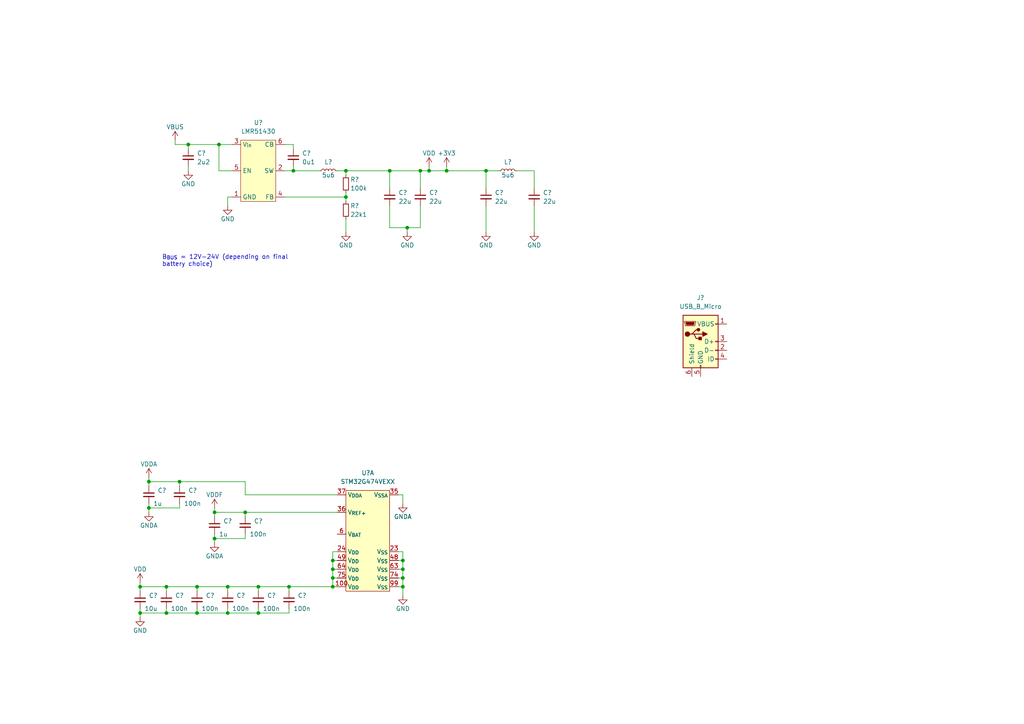
<source format=kicad_sch>
(kicad_sch (version 20230121) (generator eeschema)
  (paper "A4")
  (lib_symbols
    (symbol "Connector:USB_B_Micro" (pin_names (offset 1.016))
      (property "Reference" "J" (at -5.08 11.43 0))
      (property "Value" "USB_B_Micro" (at -5.08 8.89 0))
      (symbol "USB_B_Micro_0_1"
        (rectangle (start -5.08 -7.62) (end 5.08 7.62) (stroke (width 0.254)) (fill (type background)))
        (circle (center -3.81 2.159) (radius 0.635) (stroke (width 0.254)) (fill (type outline)))
        (circle (center -0.635 3.429) (radius 0.381) (stroke (width 0.254)) (fill (type outline)))
        (rectangle (start -0.127 -7.62) (end 0.127 -6.858))
        (polyline (pts (xy -1.905 2.159) (xy 0.635 2.159)) (stroke (width 0.254)))
        (polyline (pts (xy -3.175 2.159) (xy -2.54 2.159) (xy -1.27 3.429) (xy -0.635 3.429)) (stroke (width 0.254)))
        (polyline (pts (xy -2.54 2.159) (xy -1.905 2.159) (xy -1.27 0.889) (xy 0 0.889)) (stroke (width 0.254)))
        (polyline (pts (xy 0.635 2.794) (xy 0.635 1.524) (xy 1.905 2.159) (xy 0.635 2.794)) (stroke (width 0.254)) (fill (type outline)))
        (polyline (pts (xy -4.318 5.588) (xy -1.778 5.588) (xy -2.032 4.826) (xy -4.064 4.826) (xy -4.318 5.588)) (fill (type outline)))
        (polyline (pts (xy -4.699 5.842) (xy -4.699 5.588) (xy -4.445 4.826) (xy -4.445 4.572) (xy -1.651 4.572) (xy -1.651 4.826) (xy -1.397 5.588) (xy -1.397 5.842) (xy -4.699 5.842)))
        (rectangle (start 0.254 1.27) (end -0.508 0.508) (stroke (width 0.254)) (fill (type outline)))
        (rectangle (start 5.08 -5.207) (end 4.318 -4.953))
        (rectangle (start 5.08 -2.667) (end 4.318 -2.413))
        (rectangle (start 5.08 -0.127) (end 4.318 0.127))
        (rectangle (start 5.08 4.953) (end 4.318 5.207))
      )
      (symbol "USB_B_Micro_1_1"
        (pin power_out line (at 7.62 5.08 180) (length 2.54) (name "VBUS") (number "1"))
        (pin bidirectional line (at 7.62 -2.54 180) (length 2.54) (name "D-") (number "2"))
        (pin bidirectional line (at 7.62 0 180) (length 2.54) (name "D+") (number "3"))
        (pin passive line (at 7.62 -5.08 180) (length 2.54) (name "ID") (number "4"))
        (pin power_out line (at 0 -10.16 90) (length 2.54) (name "GND") (number "5"))
        (pin passive line (at -2.54 -10.16 90) (length 2.54) (name "Shield") (number "6"))
      )
    )
    (symbol "Device:C_Small" (pin_numbers hide) (pin_names (offset 0.254) hide)
      (property "Reference" "C" (at 0.254 1.778 0))
      (property "Value" "C_Small" (at 0.254 -2.032 0))
      (symbol "C_Small_0_1"
        (polyline (pts (xy -1.524 -0.508) (xy 1.524 -0.508)) (stroke (width 0.3302)))
        (polyline (pts (xy -1.524 0.508) (xy 1.524 0.508)) (stroke (width 0.3048)))
      )
      (symbol "C_Small_1_1"
        (pin passive line (at 0 2.54 270) (length 2.032) (name "~") (number "1"))
        (pin passive line (at 0 -2.54 90) (length 2.032) (name "~") (number "2"))
      )
    )
    (symbol "Device:L_Small" (pin_numbers hide) (pin_names (offset 0.254) hide)
      (property "Reference" "L" (at 0.762 1.016 0))
      (property "Value" "L_Small" (at 0.762 -1.016 0))
      (symbol "L_Small_0_1"
        (arc (start 0 -2.032) (mid 0.5058 -1.524) (end 0 -1.016))
        (arc (start 0 -1.016) (mid 0.5058 -0.508) (end 0 0))
        (arc (start 0 0) (mid 0.5058 0.508) (end 0 1.016))
        (arc (start 0 1.016) (mid 0.5058 1.524) (end 0 2.032))
      )
      (symbol "L_Small_1_1"
        (pin passive line (at 0 2.54 270) (length 0.508) (name "~") (number "1"))
        (pin passive line (at 0 -2.54 90) (length 0.508) (name "~") (number "2"))
      )
    )
    (symbol "Device:R_Small" (pin_numbers hide) (pin_names (offset 0.254) hide)
      (property "Reference" "R" (at 0.762 0.508 0))
      (property "Value" "R_Small" (at 0.762 -1.016 0))
      (symbol "R_Small_0_1"
        (rectangle (start -0.762 1.778) (end 0.762 -1.778) (stroke (width 0.2032)))
      )
      (symbol "R_Small_1_1"
        (pin passive line (at 0 2.54 270) (length 0.762) (name "~") (number "1"))
        (pin passive line (at 0 -2.54 90) (length 0.762) (name "~") (number "2"))
      )
    )
    (symbol "additional_lib:LMR51430"
      (property "Reference" "U" (at 0 10.16 0))
      (property "Value" "LMR51430" (at 0 -10.16 0))
      (symbol "LMR51430_1_1"
        (rectangle (start -5.08 8.89) (end 5.08 -8.89) (stroke (width 0.127)) (fill (type background)))
        (pin input line (at -7.62 -7.62 0) (length 2.54) (name "GND") (number "1"))
        (pin input line (at 7.62 0 180) (length 2.54) (name "SW") (number "2"))
        (pin input line (at -7.62 7.62 0) (length 2.54) (name "V_{in}") (number "3"))
        (pin input line (at 7.62 -7.62 180) (length 2.54) (name "FB") (number "4"))
        (pin input line (at -7.62 0 0) (length 2.54) (name "EN") (number "5"))
        (pin input line (at 7.62 7.62 180) (length 2.54) (name "CB") (number "6"))
      )
    )
    (symbol "additional_lib:STM32G474VEXX"
      (property "Reference" "U" (at 0 64.77 0))
      (property "Value" "STM32G474VEXX" (at 0 -64.77 0))
      (symbol "STM32G474VEXX_1_1"
        (rectangle (start -6.35 16.51) (end 6.35 -12.7) (fill (type background)))
        (pin power_in line (at -8.89 -11.43 0) (length 2.54) (name "V_{DD}") (number "100"))
        (pin power_in line (at 8.89 -1.27 180) (length 2.54) (name "V_{SS}") (number "23"))
        (pin power_in line (at -8.89 -1.27 0) (length 2.54) (name "V_{DD}") (number "24"))
        (pin power_in line (at 8.89 15.24 180) (length 2.54) (name "V_{SSA}") (number "35"))
        (pin power_in line (at -8.89 10.16 0) (length 2.54) (name "V_{REF+}") (number "36"))
        (pin power_in line (at -8.89 15.24 0) (length 2.54) (name "V_{DDA}") (number "37"))
        (pin power_in line (at 8.89 -3.81 180) (length 2.54) (name "V_{SS}") (number "48"))
        (pin power_in line (at -8.89 -3.81 0) (length 2.54) (name "V_{DD}") (number "49"))
        (pin power_in line (at -8.89 3.81 0) (length 2.54) (name "V_{BAT}") (number "6"))
        (pin power_in line (at 8.89 -6.35 180) (length 2.54) (name "V_{SS}") (number "63"))
        (pin power_in line (at -8.89 -6.35 0) (length 2.54) (name "V_{DD}") (number "64"))
        (pin power_in line (at 8.89 -8.89 180) (length 2.54) (name "V_{SS}") (number "74"))
        (pin power_in line (at -8.89 -8.89 0) (length 2.54) (name "V_{DD}") (number "75"))
        (pin power_in line (at 8.89 -11.43 180) (length 2.54) (name "V_{SS}") (number "99"))
      )
      (symbol "STM32G474VEXX_2_1"
        (rectangle (start -17.78 63.5) (end 17.78 -62.23) (fill (type background)))
        (pin power_in line (at 20.32 15.24 180) (length 2.54) (name "PE2") (number "1"))
        (pin bidirectional line (at -20.32 29.21 0) (length 2.54) (name "PF9") (number "10"))
        (pin bidirectional line (at -20.32 26.67 0) (length 2.54) (name "PF10") (number "11"))
        (pin bidirectional line (at -20.32 59.69 0) (length 2.54) (name "PF0-OSC_IN") (number "12"))
        (pin bidirectional line (at -20.32 57.15 0) (length 2.54) (name "PF1-OSC_OUT") (number "13"))
        (pin bidirectional line (at -20.32 36.83 0) (length 2.54) (name "PG10-NRST") (number "14"))
        (pin power_in line (at 20.32 59.69 180) (length 2.54) (name "PC0") (number "15"))
        (pin power_in line (at 20.32 57.15 180) (length 2.54) (name "PC1") (number "16"))
        (pin power_in line (at 20.32 54.61 180) (length 2.54) (name "PC2") (number "17"))
        (pin power_in line (at 20.32 52.07 180) (length 2.54) (name "PC3") (number "18"))
        (pin bidirectional line (at -20.32 31.75 0) (length 2.54) (name "PF2") (number "19"))
        (pin power_in line (at 20.32 12.7 180) (length 2.54) (name "PE3") (number "2"))
        (pin power_in line (at -20.32 20.32 0) (length 2.54) (name "PA0") (number "20"))
        (pin bidirectional line (at -20.32 17.78 0) (length 2.54) (name "PA1") (number "21"))
        (pin bidirectional line (at -20.32 15.24 0) (length 2.54) (name "PA2") (number "22"))
        (pin bidirectional line (at -20.32 12.7 0) (length 2.54) (name "PA3") (number "25"))
        (pin bidirectional line (at -20.32 10.16 0) (length 2.54) (name "PA4") (number "26"))
        (pin bidirectional line (at -20.32 7.62 0) (length 2.54) (name "PA5") (number "27"))
        (pin bidirectional line (at -20.32 5.08 0) (length 2.54) (name "PA6") (number "28"))
        (pin bidirectional line (at -20.32 2.54 0) (length 2.54) (name "PA7") (number "29"))
        (pin power_in line (at 20.32 10.16 180) (length 2.54) (name "PE4") (number "3"))
        (pin power_in line (at 20.32 49.53 180) (length 2.54) (name "PC4") (number "30"))
        (pin power_in line (at 20.32 46.99 180) (length 2.54) (name "PC5") (number "31"))
        (pin bidirectional line (at -20.32 -22.86 0) (length 2.54) (name "PB0") (number "32"))
        (pin bidirectional line (at -20.32 -25.4 0) (length 2.54) (name "PB1") (number "33"))
        (pin bidirectional line (at -20.32 -27.94 0) (length 2.54) (name "PB2") (number "34"))
        (pin power_in line (at 20.32 2.54 180) (length 2.54) (name "PE7") (number "38"))
        (pin power_in line (at 20.32 0 180) (length 2.54) (name "PE8") (number "39"))
        (pin power_in line (at 20.32 7.62 180) (length 2.54) (name "PE5") (number "4"))
        (pin power_in line (at 20.32 -2.54 180) (length 2.54) (name "PE9") (number "40"))
        (pin power_in line (at 20.32 -5.08 180) (length 2.54) (name "PE10") (number "41"))
        (pin power_in line (at 20.32 -7.62 180) (length 2.54) (name "PE11") (number "42"))
        (pin power_in line (at 20.32 -10.16 180) (length 2.54) (name "PE12") (number "43"))
        (pin power_in line (at 20.3185 -12.7045 180) (length 2.54) (name "PE13") (number "44"))
        (pin power_in line (at 20.32 -15.24 180) (length 2.54) (name "PE14") (number "45"))
        (pin power_in line (at 20.32 -17.78 180) (length 2.54) (name "PE15") (number "46"))
        (pin bidirectional line (at -20.32 -45.72 0) (length 2.54) (name "PB10") (number "47"))
        (pin power_in line (at 20.32 5.08 180) (length 2.54) (name "PE6") (number "5"))
        (pin bidirectional line (at -20.32 -48.26 0) (length 2.54) (name "PB11") (number "50"))
        (pin bidirectional line (at -20.32 -50.8 0) (length 2.54) (name "PB12") (number "51"))
        (pin bidirectional line (at -20.32 -53.34 0) (length 2.54) (name "PB13") (number "52"))
        (pin bidirectional line (at -20.32 -55.88 0) (length 2.54) (name "PB14") (number "53"))
        (pin bidirectional line (at -20.32 -58.42 0) (length 2.54) (name "PB15") (number "54"))
        (pin bidirectional line (at 20.32 -43.18 180) (length 2.54) (name "PD8") (number "55"))
        (pin bidirectional line (at 20.32 -45.72 180) (length 2.54) (name "PD9") (number "56"))
        (pin bidirectional line (at 20.32 -48.26 180) (length 2.54) (name "PD10") (number "57"))
        (pin bidirectional line (at 20.32 -50.8 180) (length 2.54) (name "PD11") (number "58"))
        (pin bidirectional line (at 20.32 -53.34 180) (length 2.54) (name "PD12") (number "59"))
        (pin bidirectional line (at 20.32 -55.88 180) (length 2.54) (name "PD13") (number "60"))
        (pin bidirectional line (at 20.32 -58.42 180) (length 2.54) (name "PD14") (number "61"))
        (pin bidirectional line (at 20.32 -60.96 180) (length 2.54) (name "PD15") (number "62"))
        (pin power_in line (at 20.32 44.45 180) (length 2.54) (name "PC6") (number "65"))
        (pin power_in line (at 20.32 41.91 180) (length 2.54) (name "PC7") (number "66"))
        (pin power_in line (at 20.32 39.37 180) (length 2.54) (name "PC8") (number "67"))
        (pin power_in line (at 20.32 36.83 180) (length 2.54) (name "PC9") (number "68"))
        (pin bidirectional line (at -20.32 0 0) (length 2.54) (name "PA8") (number "69"))
        (pin power_in line (at 20.32 26.67 180) (length 2.54) (name "PC13") (number "7"))
        (pin bidirectional line (at -20.32 -2.54 0) (length 2.54) (name "PA9") (number "70"))
        (pin bidirectional line (at -20.32 -5.08 0) (length 2.54) (name "PA10") (number "71"))
        (pin bidirectional line (at -20.32 -7.62 0) (length 2.54) (name "PA11") (number "72"))
        (pin bidirectional line (at -20.32 -10.16 0) (length 2.54) (name "PA12") (number "73"))
        (pin bidirectional line (at -20.32 -12.7 0) (length 2.54) (name "PA13") (number "76"))
        (pin bidirectional line (at -20.32 -15.24 0) (length 2.54) (name "PA14") (number "77"))
        (pin bidirectional line (at -20.32 -17.78 0) (length 2.54) (name "PA15") (number "78"))
        (pin power_in line (at 20.32 34.29 180) (length 2.54) (name "PC10") (number "79"))
        (pin power_in line (at -20.32 46.99 0) (length 2.54) (name "PC14-OSC32_IN") (number "8"))
        (pin power_in line (at 20.32 31.75 180) (length 2.54) (name "PC11") (number "80"))
        (pin power_in line (at 20.32 29.21 180) (length 2.54) (name "PC12") (number "81"))
        (pin bidirectional line (at 20.32 -22.86 180) (length 2.54) (name "PD0") (number "82"))
        (pin bidirectional line (at 20.32 -25.4 180) (length 2.54) (name "PD1") (number "83"))
        (pin bidirectional line (at 20.32 -27.94 180) (length 2.54) (name "PD2") (number "84"))
        (pin bidirectional line (at 20.32 -30.48 180) (length 2.54) (name "PD3") (number "85"))
        (pin bidirectional line (at 20.32 -33.02 180) (length 2.54) (name "PD4") (number "86"))
        (pin bidirectional line (at 20.32 -35.56 180) (length 2.54) (name "PD5") (number "87"))
        (pin bidirectional line (at 20.32 -38.1 180) (length 2.54) (name "PD6") (number "88"))
        (pin bidirectional line (at 20.32 -40.64 180) (length 2.54) (name "PD7") (number "89"))
        (pin power_in line (at -20.32 49.53 0) (length 2.54) (name "PC15-OSC32_OUT") (number "9"))
        (pin bidirectional line (at -20.32 -30.48 0) (length 2.54) (name "PB3") (number "90"))
        (pin bidirectional line (at -20.32 -33.02 0) (length 2.54) (name "PB4") (number "91"))
        (pin bidirectional line (at -20.32 -35.56 0) (length 2.54) (name "PB5") (number "92"))
        (pin bidirectional line (at -20.32 -38.1 0) (length 2.54) (name "PB6") (number "93"))
        (pin bidirectional line (at -20.32 -40.64 0) (length 2.54) (name "PB7") (number "94"))
        (pin bidirectional line (at -20.32 39.37 0) (length 2.54) (name "PB8-BOOT0") (number "95"))
        (pin bidirectional line (at -20.32 -43.18 0) (length 2.54) (name "PB9") (number "96"))
        (pin power_in line (at 20.32 20.32 180) (length 2.54) (name "PE0") (number "97"))
        (pin power_in line (at 20.32 17.78 180) (length 2.54) (name "PE1") (number "98"))
      )
    )
    (symbol "power:+3V3" (power) (pin_names (offset 0))
      (property "Value" "+3V3" (at 0 3.556 0))
      (symbol "+3V3_0_1"
        (polyline (pts (xy -0.762 1.27) (xy 0 2.54)))
        (polyline (pts (xy 0 0) (xy 0 2.54)))
        (polyline (pts (xy 0 2.54) (xy 0.762 1.27)))
      )
      (symbol "+3V3_1_1"
        (pin power_in line (at 0 0 90) (length 0) hide (name "+3V3") (number "1"))
      )
    )
    (symbol "power:GND" (power) (pin_names (offset 0))
      (property "Value" "GND" (at 0 -3.81 0))
      (symbol "GND_0_1"
        (polyline (pts (xy 0 0) (xy 0 -1.27) (xy 1.27 -1.27) (xy 0 -2.54) (xy -1.27 -1.27) (xy 0 -1.27)))
      )
      (symbol "GND_1_1"
        (pin power_in line (at 0 0 270) (length 0) hide (name "GND") (number "1"))
      )
    )
    (symbol "power:GNDA" (power) (pin_names (offset 0))
      (property "Value" "GNDA" (at 0 -3.81 0))
      (symbol "GNDA_0_1"
        (polyline (pts (xy 0 0) (xy 0 -1.27) (xy 1.27 -1.27) (xy 0 -2.54) (xy -1.27 -1.27) (xy 0 -1.27)))
      )
      (symbol "GNDA_1_1"
        (pin power_in line (at 0 0 270) (length 0) hide (name "GNDA") (number "1"))
      )
    )
    (symbol "power:VBUS" (power) (pin_names (offset 0))
      (property "Value" "VBUS" (at 0 3.81 0))
      (symbol "VBUS_0_1"
        (polyline (pts (xy -0.762 1.27) (xy 0 2.54)))
        (polyline (pts (xy 0 0) (xy 0 2.54)))
        (polyline (pts (xy 0 2.54) (xy 0.762 1.27)))
      )
      (symbol "VBUS_1_1"
        (pin power_in line (at 0 0 90) (length 0) hide (name "VBUS") (number "1"))
      )
    )
    (symbol "power:VDD" (power) (pin_names (offset 0))
      (property "Value" "VDD" (at 0 3.81 0))
      (symbol "VDD_0_1"
        (polyline (pts (xy -0.762 1.27) (xy 0 2.54)))
        (polyline (pts (xy 0 0) (xy 0 2.54)))
        (polyline (pts (xy 0 2.54) (xy 0.762 1.27)))
      )
      (symbol "VDD_1_1"
        (pin power_in line (at 0 0 90) (length 0) hide (name "VDD") (number "1"))
      )
    )
    (symbol "power:VDDA" (power) (pin_names (offset 0))
      (property "Value" "VDDA" (at 0 3.81 0))
      (symbol "VDDA_0_1"
        (polyline (pts (xy -0.762 1.27) (xy 0 2.54)))
        (polyline (pts (xy 0 0) (xy 0 2.54)))
        (polyline (pts (xy 0 2.54) (xy 0.762 1.27)))
      )
      (symbol "VDDA_1_1"
        (pin power_in line (at 0 0 90) (length 0) hide (name "VDDA") (number "1"))
      )
    )
    (symbol "power:VDDF" (power) (pin_names (offset 0))
      (property "Value" "VDDF" (at 0 3.81 0))
      (symbol "VDDF_0_1"
        (polyline (pts (xy -0.762 1.27) (xy 0 2.54)))
        (polyline (pts (xy 0 0) (xy 0 2.54)))
        (polyline (pts (xy 0 2.54) (xy 0.762 1.27)))
      )
      (symbol "VDDF_1_1"
        (pin power_in line (at 0 0 90) (length 0) hide (name "VDDF") (number "1"))
      )
    )
  )
  (junction (at 116.84 165.1))
  (junction (at 62.23 156.21))
  (junction (at 116.84 170.18))
  (junction (at 129.54 49.53))
  (junction (at 124.46 49.53))
  (junction (at 96.52 162.56))
  (junction (at 83.82 170.18))
  (junction (at 116.84 167.64))
  (junction (at 66.04 177.8))
  (junction (at 40.64 170.18))
  (junction (at 74.93 170.18))
  (junction (at 57.15 170.18))
  (junction (at 57.15 177.8))
  (junction (at 63.5 41.91))
  (junction (at 62.23 148.59))
  (junction (at 54.61 41.91))
  (junction (at 140.97 49.53))
  (junction (at 48.26 177.8))
  (junction (at 43.18 139.7))
  (junction (at 100.33 49.53))
  (junction (at 118.11 66.04))
  (junction (at 43.18 147.32))
  (junction (at 116.84 162.56))
  (junction (at 40.64 177.8))
  (junction (at 121.92 49.53))
  (junction (at 71.12 148.59))
  (junction (at 52.07 139.7))
  (junction (at 96.52 165.1))
  (junction (at 96.52 170.18))
  (junction (at 66.04 170.18))
  (junction (at 113.03 49.53))
  (junction (at 48.26 170.18))
  (junction (at 96.52 167.64))
  (junction (at 74.93 177.8))
  (junction (at 85.09 49.53))
  (junction (at 100.33 57.15))
  (wire (pts (xy 121.92 59.69) (xy 121.92 66.04)))
  (wire (pts (xy 66.04 170.18) (xy 66.04 171.45)))
  (wire (pts (xy 124.46 48.26) (xy 124.46 49.53)))
  (wire (pts (xy 83.82 177.8) (xy 83.82 176.53)))
  (wire (pts (xy 57.15 170.18) (xy 66.04 170.18)))
  (wire (pts (xy 43.18 140.97) (xy 43.18 139.7)))
  (wire (pts (xy 48.26 177.8) (xy 57.15 177.8)))
  (wire (pts (xy 50.8 40.64) (xy 50.8 41.91)))
  (wire (pts (xy 115.57 170.18) (xy 116.84 170.18)))
  (wire (pts (xy 66.04 177.8) (xy 74.93 177.8)))
  (wire (pts (xy 96.52 167.64) (xy 96.52 165.1)))
  (wire (pts (xy 74.93 170.18) (xy 83.82 170.18)))
  (wire (pts (xy 140.97 49.53) (xy 140.97 54.61)))
  (wire (pts (xy 116.84 162.56) (xy 116.84 165.1)))
  (wire (pts (xy 40.64 171.45) (xy 40.64 170.18)))
  (wire (pts (xy 43.18 148.59) (xy 43.18 147.32)))
  (wire (pts (xy 115.57 167.64) (xy 116.84 167.64)))
  (wire (pts (xy 85.09 49.53) (xy 85.09 48.26)))
  (wire (pts (xy 40.64 176.53) (xy 40.64 177.8)))
  (wire (pts (xy 43.18 139.7) (xy 52.07 139.7)))
  (wire (pts (xy 54.61 48.26) (xy 54.61 49.53)))
  (wire (pts (xy 52.07 139.7) (xy 52.07 140.97)))
  (wire (pts (xy 124.46 49.53) (xy 129.54 49.53)))
  (wire (pts (xy 140.97 49.53) (xy 144.78 49.53)))
  (wire (pts (xy 154.94 49.53) (xy 154.94 54.61)))
  (wire (pts (xy 129.54 48.26) (xy 129.54 49.53)))
  (wire (pts (xy 140.97 59.69) (xy 140.97 67.31)))
  (wire (pts (xy 129.54 49.53) (xy 140.97 49.53)))
  (wire (pts (xy 116.84 143.51) (xy 116.84 146.05)))
  (wire (pts (xy 121.92 54.61) (xy 121.92 49.53)))
  (wire (pts (xy 96.52 162.56) (xy 96.52 160.02)))
  (wire (pts (xy 66.04 59.69) (xy 66.04 57.15)))
  (wire (pts (xy 121.92 66.04) (xy 118.11 66.04)))
  (wire (pts (xy 96.52 160.02) (xy 97.79 160.02)))
  (wire (pts (xy 96.52 162.56) (xy 96.52 165.1)))
  (wire (pts (xy 66.04 170.18) (xy 74.93 170.18)))
  (wire (pts (xy 97.79 170.18) (xy 96.52 170.18)))
  (wire (pts (xy 100.33 55.88) (xy 100.33 57.15)))
  (wire (pts (xy 115.57 162.56) (xy 116.84 162.56)))
  (wire (pts (xy 50.8 41.91) (xy 54.61 41.91)))
  (wire (pts (xy 82.55 41.91) (xy 85.09 41.91)))
  (wire (pts (xy 121.92 49.53) (xy 113.03 49.53)))
  (wire (pts (xy 71.12 149.86) (xy 71.12 148.59)))
  (wire (pts (xy 71.12 156.21) (xy 71.12 154.94)))
  (wire (pts (xy 63.5 49.53) (xy 63.5 41.91)))
  (wire (pts (xy 85.09 49.53) (xy 92.71 49.53)))
  (wire (pts (xy 74.93 176.53) (xy 74.93 177.8)))
  (wire (pts (xy 154.94 59.69) (xy 154.94 67.31)))
  (wire (pts (xy 48.26 170.18) (xy 48.26 171.45)))
  (wire (pts (xy 40.64 177.8) (xy 48.26 177.8)))
  (wire (pts (xy 121.92 49.53) (xy 124.46 49.53)))
  (wire (pts (xy 66.04 176.53) (xy 66.04 177.8)))
  (wire (pts (xy 40.64 177.8) (xy 40.64 179.07)))
  (wire (pts (xy 62.23 156.21) (xy 62.23 154.94)))
  (wire (pts (xy 116.84 160.02) (xy 116.84 162.56)))
  (wire (pts (xy 62.23 147.32) (xy 62.23 148.59)))
  (wire (pts (xy 97.79 49.53) (xy 100.33 49.53)))
  (wire (pts (xy 48.26 170.18) (xy 57.15 170.18)))
  (wire (pts (xy 85.09 41.91) (xy 85.09 43.18)))
  (wire (pts (xy 82.55 57.15) (xy 100.33 57.15)))
  (wire (pts (xy 115.57 160.02) (xy 116.84 160.02)))
  (wire (pts (xy 74.93 177.8) (xy 83.82 177.8)))
  (wire (pts (xy 40.64 168.91) (xy 40.64 170.18)))
  (wire (pts (xy 83.82 170.18) (xy 96.52 170.18)))
  (wire (pts (xy 97.79 162.56) (xy 96.52 162.56)))
  (wire (pts (xy 97.79 165.1) (xy 96.52 165.1)))
  (wire (pts (xy 66.04 57.15) (xy 67.31 57.15)))
  (wire (pts (xy 63.5 41.91) (xy 67.31 41.91)))
  (wire (pts (xy 71.12 148.59) (xy 97.79 148.59)))
  (wire (pts (xy 48.26 176.53) (xy 48.26 177.8)))
  (wire (pts (xy 97.79 167.64) (xy 96.52 167.64)))
  (wire (pts (xy 96.52 170.18) (xy 96.52 167.64)))
  (wire (pts (xy 43.18 138.43) (xy 43.18 139.7)))
  (wire (pts (xy 113.03 59.69) (xy 113.03 66.04)))
  (wire (pts (xy 57.15 177.8) (xy 66.04 177.8)))
  (wire (pts (xy 43.18 147.32) (xy 52.07 147.32)))
  (wire (pts (xy 43.18 146.05) (xy 43.18 147.32)))
  (wire (pts (xy 100.33 63.5) (xy 100.33 67.31)))
  (wire (pts (xy 52.07 139.7) (xy 71.12 139.7)))
  (wire (pts (xy 115.57 143.51) (xy 116.84 143.51)))
  (wire (pts (xy 100.33 49.53) (xy 100.33 50.8)))
  (wire (pts (xy 40.64 170.18) (xy 48.26 170.18)))
  (wire (pts (xy 116.84 165.1) (xy 116.84 167.64)))
  (wire (pts (xy 62.23 148.59) (xy 62.23 149.86)))
  (wire (pts (xy 149.86 49.53) (xy 154.94 49.53)))
  (wire (pts (xy 100.33 57.15) (xy 100.33 58.42)))
  (wire (pts (xy 113.03 54.61) (xy 113.03 49.53)))
  (wire (pts (xy 62.23 156.21) (xy 62.23 157.48)))
  (wire (pts (xy 115.57 165.1) (xy 116.84 165.1)))
  (wire (pts (xy 116.84 170.18) (xy 116.84 172.72)))
  (wire (pts (xy 83.82 171.45) (xy 83.82 170.18)))
  (wire (pts (xy 62.23 156.21) (xy 71.12 156.21)))
  (wire (pts (xy 54.61 43.18) (xy 54.61 41.91)))
  (wire (pts (xy 118.11 66.04) (xy 113.03 66.04)))
  (wire (pts (xy 71.12 143.51) (xy 97.79 143.51)))
  (wire (pts (xy 62.23 148.59) (xy 71.12 148.59)))
  (wire (pts (xy 67.31 49.53) (xy 63.5 49.53)))
  (wire (pts (xy 54.61 41.91) (xy 63.5 41.91)))
  (wire (pts (xy 113.03 49.53) (xy 100.33 49.53)))
  (wire (pts (xy 82.55 49.53) (xy 85.09 49.53)))
  (wire (pts (xy 57.15 170.18) (xy 57.15 171.45)))
  (wire (pts (xy 52.07 147.32) (xy 52.07 146.05)))
  (wire (pts (xy 57.15 176.53) (xy 57.15 177.8)))
  (wire (pts (xy 118.11 66.04) (xy 118.11 67.31)))
  (wire (pts (xy 116.84 167.64) (xy 116.84 170.18)))
  (wire (pts (xy 74.93 170.18) (xy 74.93 171.45)))
  (wire (pts (xy 71.12 139.7) (xy 71.12 143.51)))
  (text "B_{BUS} = 12V-24V (depending on final\nbattery choice)" (at 46.99 77.47 0) (effects (font (size 1.27 1.27)) (justify left bottom)))
  (symbol (lib_id "power:GND") (at 154.94 67.31 0) (unit 1)
    (property "Reference" "#PWR012" (effects hide))
    (property "Value" "GND" (at 154.94 71.12 0))
  )
  (symbol (lib_id "Device:C_Small") (at 43.18 143.51 0) (unit 1)
    (property "Reference" "C?" (at 45.72 142.2463 0) (effects (justify left)))
    (property "Value" "1u" (at 44.45 146.05 0) (effects (justify left)))
  )
  (symbol (lib_id "power:VBUS") (at 50.8 40.64 0) (unit 1)
    (property "Reference" "#PWR010" (effects hide))
    (property "Value" "VBUS" (at 50.8 36.83 0))
  )
  (symbol (lib_id "Device:R_Small") (at 100.33 53.34 0) (unit 1)
    (property "Reference" "R?" (at 101.6 52.07 0) (effects (justify left)))
    (property "Value" "100k" (at 101.6 54.61 0) (effects (justify left)))
  )
  (symbol (lib_id "power:GND") (at 116.84 172.72 0) (unit 1)
    (property "Reference" "#PWR?" (effects hide))
    (property "Value" "GND" (at 116.84 176.53 0))
  )
  (symbol (lib_id "Device:C_Small") (at 66.04 173.99 0) (unit 1)
    (property "Reference" "C?" (at 68.58 172.72 0) (effects (justify left)))
    (property "Value" "100n" (at 67.31 176.53 0) (effects (justify left)))
  )
  (symbol (lib_id "power:VDDF") (at 62.23 147.32 0) (unit 1)
    (property "Reference" "#PWR05" (effects hide))
    (property "Value" "VDDF" (at 62.23 143.51 0))
  )
  (symbol (lib_id "power:VDDA") (at 43.18 138.43 0) (unit 1)
    (property "Reference" "#PWR04" (effects hide))
    (property "Value" "VDDA" (at 43.18 134.62 0))
  )
  (symbol (lib_id "Device:C_Small") (at 54.61 45.72 0) (unit 1)
    (property "Reference" "C?" (at 57.15 44.4563 0) (effects (justify left)))
    (property "Value" "2u2" (at 57.15 46.9963 0) (effects (justify left)))
  )
  (symbol (lib_id "power:GNDA") (at 62.23 157.48 0) (unit 1)
    (property "Reference" "#PWR03" (effects hide))
    (property "Value" "GNDA" (at 62.23 161.29 0))
  )
  (symbol (lib_id "Device:L_Small") (at 147.32 49.53 90) (unit 1)
    (property "Reference" "L?" (at 147.32 46.99 90))
    (property "Value" "5u6" (at 147.32 50.8 90))
  )
  (symbol (lib_id "additional_lib:LMR51430") (at 74.93 49.53 0) (unit 1)
    (property "Reference" "U?" (at 74.93 35.56 0))
    (property "Value" "LMR51430" (at 74.93 38.1 0))
    (property "Footprint" "Package_TO_SOT_SMD:SOT-23-6" (effects hide))
  )
  (symbol (lib_id "Device:C_Small") (at 52.07 143.51 0) (unit 1)
    (property "Reference" "C?" (at 54.61 142.2463 0) (effects (justify left)))
    (property "Value" "100n" (at 53.34 146.05 0) (effects (justify left)))
  )
  (symbol (lib_id "power:GND") (at 40.64 179.07 0) (unit 1)
    (property "Reference" "#PWR?" (effects hide))
    (property "Value" "GND" (at 40.64 182.88 0))
  )
  (symbol (lib_id "Device:C_Small") (at 62.23 152.4 0) (unit 1)
    (property "Reference" "C?" (at 64.77 151.1363 0) (effects (justify left)))
    (property "Value" "1u" (at 63.5 154.94 0) (effects (justify left)))
  )
  (symbol (lib_id "power:VDD") (at 40.64 168.91 0) (unit 1)
    (property "Reference" "#PWR?" (effects hide))
    (property "Value" "VDD" (at 40.64 165.1 0))
  )
  (symbol (lib_id "power:GND") (at 100.33 67.31 0) (unit 1)
    (property "Reference" "#PWR06" (effects hide))
    (property "Value" "GND" (at 100.33 71.12 0))
  )
  (symbol (lib_id "Device:C_Small") (at 121.92 57.15 0) (unit 1)
    (property "Reference" "C?" (at 124.46 55.8863 0) (effects (justify left)))
    (property "Value" "22u" (at 124.46 58.4263 0) (effects (justify left)))
  )
  (symbol (lib_id "Device:C_Small") (at 83.82 173.99 0) (unit 1)
    (property "Reference" "C?" (at 86.36 172.72 0) (effects (justify left)))
    (property "Value" "100n" (at 85.09 176.53 0) (effects (justify left)))
  )
  (symbol (lib_id "Device:C_Small") (at 154.94 57.15 0) (unit 1)
    (property "Reference" "C?" (at 157.48 55.8863 0) (effects (justify left)))
    (property "Value" "22u" (at 157.48 58.4263 0) (effects (justify left)))
  )
  (symbol (lib_id "Device:C_Small") (at 40.64 173.99 0) (unit 1)
    (property "Reference" "C?" (at 43.18 172.7263 0) (effects (justify left)))
    (property "Value" "10u" (at 41.91 176.53 0) (effects (justify left)))
  )
  (symbol (lib_id "Connector:USB_B_Micro") (at 203.2 99.06 0) (unit 1)
    (property "Reference" "J?" (at 203.2 86.36 0))
    (property "Value" "USB_B_Micro" (at 203.2 88.9 0))
  )
  (symbol (lib_id "power:+3V3") (at 129.54 48.26 0) (unit 1)
    (property "Reference" "#PWR011" (effects hide))
    (property "Value" "+3V3" (at 129.54 44.45 0))
  )
  (symbol (lib_id "power:GND") (at 118.11 67.31 0) (unit 1)
    (property "Reference" "#PWR013" (effects hide))
    (property "Value" "GND" (at 118.11 71.12 0))
  )
  (symbol (lib_id "Device:L_Small") (at 95.25 49.53 90) (unit 1)
    (property "Reference" "L?" (at 95.25 46.99 90))
    (property "Value" "5u6" (at 95.25 50.8 90))
  )
  (symbol (lib_id "Device:R_Small") (at 100.33 60.96 0) (unit 1)
    (property "Reference" "R?" (at 101.6 59.69 0) (effects (justify left)))
    (property "Value" "22k1" (at 101.6 62.23 0) (effects (justify left)))
  )
  (symbol (lib_id "power:VDD") (at 124.46 48.26 0) (unit 1)
    (property "Reference" "#PWR07" (effects hide))
    (property "Value" "VDD" (at 124.46 44.45 0))
  )
  (symbol (lib_id "power:GND") (at 66.04 59.69 0) (unit 1)
    (property "Reference" "#PWR08" (effects hide))
    (property "Value" "GND" (at 66.04 63.5 0))
  )
  (symbol (lib_id "additional_lib:STM32G474VEXX") (at 106.68 158.75 0) (unit 1)
    (property "Reference" "U?" (at 106.68 137.16 0))
    (property "Value" "STM32G474VEXX" (at 106.68 139.7 0))
  )
  (symbol (lib_id "Device:C_Small") (at 71.12 152.4 0) (unit 1)
    (property "Reference" "C?" (at 73.66 151.1363 0) (effects (justify left)))
    (property "Value" "100n" (at 72.39 154.94 0) (effects (justify left)))
  )
  (symbol (lib_id "power:GND") (at 54.61 49.53 0) (unit 1)
    (property "Reference" "#PWR09" (effects hide))
    (property "Value" "GND" (at 54.61 53.34 0))
  )
  (symbol (lib_id "Device:C_Small") (at 48.26 173.99 0) (unit 1)
    (property "Reference" "C?" (at 50.8 172.72 0) (effects (justify left)))
    (property "Value" "100n" (at 49.53 176.53 0) (effects (justify left)))
  )
  (symbol (lib_id "power:GNDA") (at 43.18 148.59 0) (unit 1)
    (property "Reference" "#PWR02" (effects hide))
    (property "Value" "GNDA" (at 43.18 152.4 0))
  )
  (symbol (lib_id "power:GND") (at 140.97 67.31 0) (unit 1)
    (property "Reference" "#PWR014" (effects hide))
    (property "Value" "GND" (at 140.97 71.12 0))
  )
  (symbol (lib_id "Device:C_Small") (at 113.03 57.15 0) (unit 1)
    (property "Reference" "C?" (at 115.57 55.8863 0) (effects (justify left)))
    (property "Value" "22u" (at 115.57 58.4263 0) (effects (justify left)))
  )
  (symbol (lib_id "Device:C_Small") (at 85.09 45.72 0) (unit 1)
    (property "Reference" "C?" (at 87.63 44.45 0) (effects (justify left)))
    (property "Value" "0u1" (at 87.63 46.99 0) (effects (justify left)))
  )
  (symbol (lib_id "power:GNDA") (at 116.84 146.05 0) (unit 1)
    (property "Reference" "#PWR01" (effects hide))
    (property "Value" "GNDA" (at 116.84 149.86 0))
  )
  (symbol (lib_id "Device:C_Small") (at 140.97 57.15 0) (unit 1)
    (property "Reference" "C?" (at 143.51 55.8863 0) (effects (justify left)))
    (property "Value" "22u" (at 143.51 58.4263 0) (effects (justify left)))
  )
  (symbol (lib_id "Device:C_Small") (at 57.15 173.99 0) (unit 1)
    (property "Reference" "C?" (at 59.69 172.72 0) (effects (justify left)))
    (property "Value" "100n" (at 58.42 176.53 0) (effects (justify left)))
  )
  (symbol (lib_id "Device:C_Small") (at 74.93 173.99 0) (unit 1)
    (property "Reference" "C?" (at 77.47 172.72 0) (effects (justify left)))
    (property "Value" "100n" (at 76.2 176.53 0) (effects (justify left)))
  )
)
</source>
